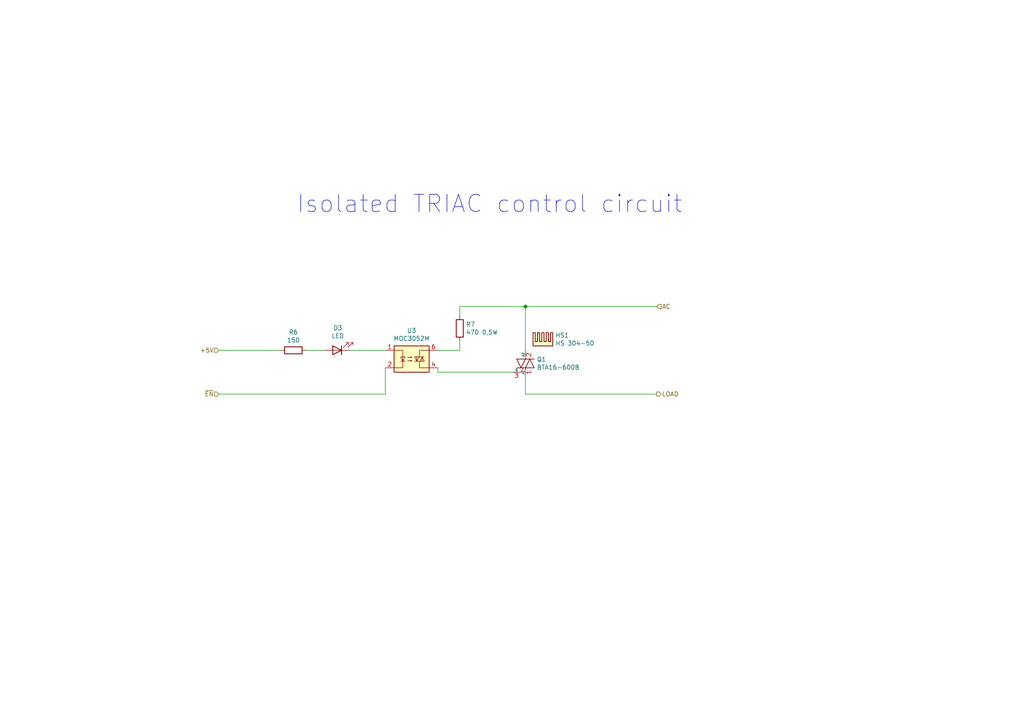
<source format=kicad_sch>
(kicad_sch (version 20231120) (generator "eeschema") (generator_version "8.0")
  (paper "A4")
  (title_block (title "Furnace 230V") (date "2021-08-26") (rev "1.0") (company "Yuriy Volkov"))
  (lib_symbols
    (symbol "Mechanical:Heatsink" (pin_names (offset 1.016)) (exclude_from_sim yes)
      (property "Reference" "HS" (at 0 5.08 0))
      (property "Value" "Heatsink" (at 0 -1.27 0))
      (symbol "Heatsink_0_1"
        (polyline (pts (xy -0.3302 1.27) (xy -0.9652 1.27) (xy -0.9652 3.81) (xy -1.6002 3.81) (xy -1.6002 1.27) (xy -2.2352 1.27) (xy -2.2352 3.81) (xy -2.8702 3.81) (xy -2.8702 0) (xy -0.9652 0)) (stroke (width 0.254)) (fill (type background)))
        (polyline (pts (xy -0.3302 1.27) (xy -0.3302 3.81) (xy 0.3048 3.81) (xy 0.3048 1.27) (xy 0.9398 1.27) (xy 0.9398 3.81) (xy 1.5748 3.81) (xy 1.5748 1.27) (xy 2.2098 1.27) (xy 2.2098 3.81) (xy 2.8448 3.81) (xy 2.8448 0) (xy -0.9652 0)) (stroke (width 0.254)) (fill (type background)))
      )
    )
    (symbol "furnace_230V-rescue:BTA16-600B-Triac_Thyristor" (pin_names (offset 0))
      (property "Reference" "Q" (at 5.08 1.905 0))
      (property "Value" "BTA16-600B-Triac_Thyristor" (at 5.08 0 0))
      (symbol "BTA16-600B-Triac_Thyristor_0_1"
        (polyline (pts (xy -2.54 -1.27) (xy 2.54 -1.27)) (stroke (width 0.2032)))
        (polyline (pts (xy -2.54 1.27) (xy 2.54 1.27)) (stroke (width 0.2032)))
        (polyline (pts (xy -1.27 -2.54) (xy -0.635 -1.27)))
        (polyline (pts (xy -2.54 1.27) (xy -1.27 -1.27) (xy 0 1.27)) (stroke (width 0.2032)))
        (polyline (pts (xy 0 -1.27) (xy 1.27 1.27) (xy 2.54 -1.27)) (stroke (width 0.2032)))
      )
      (symbol "BTA16-600B-Triac_Thyristor_1_1"
        (pin passive line (at 0 -3.81 90) (length 2.54) (name "A1") (number "1"))
        (pin passive line (at 0 3.81 270) (length 2.54) (name "A2") (number "2"))
        (pin input line (at -3.81 -2.54 0) (length 2.54) (name "G") (number "3"))
      )
    )
    (symbol "furnace_230V-rescue:LED-Device" (pin_numbers hide) (pin_names (offset 1.016) hide)
      (property "Reference" "D" (at 0 2.54 0))
      (property "Value" "LED-Device" (at 0 -2.54 0))
      (symbol "LED-Device_0_1"
        (polyline (pts (xy -1.27 -1.27) (xy -1.27 1.27)) (stroke (width 0.254)))
        (polyline (pts (xy -1.27 0) (xy 1.27 0)))
        (polyline (pts (xy 1.27 -1.27) (xy 1.27 1.27) (xy -1.27 0) (xy 1.27 -1.27)) (stroke (width 0.254)))
        (polyline (pts (xy -3.048 -0.762) (xy -4.572 -2.286) (xy -3.81 -2.286) (xy -4.572 -2.286) (xy -4.572 -1.524)))
        (polyline (pts (xy -1.778 -0.762) (xy -3.302 -2.286) (xy -2.54 -2.286) (xy -3.302 -2.286) (xy -3.302 -1.524)))
      )
      (symbol "LED-Device_1_1"
        (pin passive line (at -3.81 0 0) (length 2.54) (name "K") (number "1"))
        (pin passive line (at 3.81 0 180) (length 2.54) (name "A") (number "2"))
      )
    )
    (symbol "furnace_230V-rescue:MOC3052M-Relay_SolidState"
      (property "Reference" "U" (at -5.334 4.826 0))
      (property "Value" "MOC3052M-Relay_SolidState" (at 0 5.08 0))
      (symbol "MOC3052M-Relay_SolidState_0_1"
        (rectangle (start -5.08 3.81) (end 5.08 -3.81) (stroke (width 0.254)) (fill (type background)))
        (polyline (pts (xy -3.175 -0.635) (xy -1.905 -0.635)))
        (polyline (pts (xy 1.524 -0.635) (xy 1.524 0.635)))
        (polyline (pts (xy 3.048 0.635) (xy 3.048 -0.635)))
        (polyline (pts (xy 2.286 -0.635) (xy 2.286 -2.54) (xy 5.08 -2.54)))
        (polyline (pts (xy 2.286 0.635) (xy 2.286 2.54) (xy 5.08 2.54)))
        (polyline (pts (xy -5.08 2.54) (xy -2.54 2.54) (xy -2.54 -2.54) (xy -5.08 -2.54)))
        (polyline (pts (xy -2.54 -0.635) (xy -3.175 0.635) (xy -1.905 0.635) (xy -2.54 -0.635)))
        (polyline (pts (xy 0.889 -0.635) (xy 3.683 -0.635) (xy 3.048 0.635) (xy 2.413 -0.635)))
        (polyline (pts (xy 3.683 0.635) (xy 0.889 0.635) (xy 1.524 -0.635) (xy 2.159 0.635)))
        (polyline (pts (xy -1.143 -0.508) (xy 0.127 -0.508) (xy -0.254 -0.635) (xy -0.254 -0.381) (xy 0.127 -0.508)))
        (polyline (pts (xy -1.143 0.508) (xy 0.127 0.508) (xy -0.254 0.381) (xy -0.254 0.635) (xy 0.127 0.508)))
      )
      (symbol "MOC3052M-Relay_SolidState_1_1"
        (pin passive line (at -7.62 2.54 0) (length 2.54) (name "~") (number "1"))
        (pin passive line (at -7.62 -2.54 0) (length 2.54) (name "~") (number "2"))
        (pin no_connect line (at -5.08 0 0) (length 2.54) hide (name "NC") (number "3"))
        (pin passive line (at 7.62 -2.54 180) (length 2.54) (name "~") (number "4"))
        (pin no_connect line (at 5.08 0 180) (length 2.54) hide (name "NC") (number "5"))
        (pin passive line (at 7.62 2.54 180) (length 2.54) (name "~") (number "6"))
      )
    )
    (symbol "furnace_230V-rescue:R-Device" (pin_numbers hide) (pin_names (offset 0))
      (property "Reference" "R" (at 2.032 0 90))
      (property "Value" "R-Device" (at 0 0 90))
      (symbol "R-Device_0_1"
        (rectangle (start -1.016 -2.54) (end 1.016 2.54) (stroke (width 0.254)))
      )
      (symbol "R-Device_1_1"
        (pin passive line (at 0 3.81 270) (length 1.27) (name "~") (number "1"))
        (pin passive line (at 0 -3.81 90) (length 1.27) (name "~") (number "2"))
      )
    )
  )
  (junction (at 152.4 88.9))
  (wire (pts (xy 152.4 114.3) (xy 190.5 114.3)))
  (wire (pts (xy 127 107.95) (xy 148.59 107.95)))
  (wire (pts (xy 111.76 114.3) (xy 63.5 114.3)))
  (wire (pts (xy 63.5 101.6) (xy 81.28 101.6)))
  (wire (pts (xy 152.4 109.22) (xy 152.4 114.3)))
  (wire (pts (xy 111.76 106.68) (xy 111.76 114.3)))
  (wire (pts (xy 190.5 88.9) (xy 152.4 88.9)))
  (wire (pts (xy 101.6 101.6) (xy 111.76 101.6)))
  (wire (pts (xy 127 106.68) (xy 127 107.95)))
  (wire (pts (xy 88.9 101.6) (xy 93.98 101.6)))
  (wire (pts (xy 133.35 91.44) (xy 133.35 88.9)))
  (wire (pts (xy 133.35 99.06) (xy 133.35 101.6)))
  (wire (pts (xy 152.4 101.6) (xy 152.4 88.9)))
  (wire (pts (xy 133.35 101.6) (xy 127 101.6)))
  (wire (pts (xy 133.35 88.9) (xy 152.4 88.9)))
  (text "Isolated TRIAC control circuit" (at 198.12 62.23 0) (effects (font (size 5.0038 5.0038)) (justify right bottom)))
  (hierarchical_label "AC" (shape input) (at 190.5 88.9 0))
  (hierarchical_label "~{EN}" (shape input) (at 63.5 114.3 180))
  (hierarchical_label "+5V" (shape input) (at 63.5 101.6 180))
  (hierarchical_label "LOAD" (shape output) (at 190.5 114.3 0))
  (symbol (lib_id "furnace_230V-rescue:BTA16-600B-Triac_Thyristor") (at 152.4 105.41 0) (unit 1)
    (property "Reference" "Q1" (at 155.6766 104.2416 0) (effects (justify left)))
    (property "Value" "BTA16-600B" (at 155.6766 106.553 0) (effects (justify left)))
    (property "Footprint" "furnace_230V:TRIAC" (effects (hide yes)))
    (property "Datasheet" "https://www.st.com/resource/en/datasheet/bta16.pdf" (effects (hide yes)))
  )
  (symbol (lib_id "furnace_230V-rescue:MOC3052M-Relay_SolidState") (at 119.38 104.14 0) (unit 1)
    (property "Reference" "U3" (at 119.38 95.885 0))
    (property "Value" "MOC3052M" (at 119.38 98.1964 0))
    (property "Footprint" "Package_DIP:DIP-6_W7.62mm_LongPads" (effects (hide yes)))
    (property "Datasheet" "https://www.onsemi.com/pub/Collateral/MOC3052M-D.PDF" (effects (hide yes)))
  )
  (symbol (lib_id "furnace_230V-rescue:R-Device") (at 133.35 95.25 0) (unit 1)
    (property "Reference" "R7" (at 135.128 94.0816 0) (effects (justify left)))
    (property "Value" "470 0,5W" (at 135.128 96.393 0) (effects (justify left)))
    (property "Footprint" "Resistor_THT:R_Axial_DIN0309_L9.0mm_D3.2mm_P12.70mm_Horizontal" (effects (hide yes)))
  )
  (symbol (lib_id "furnace_230V-rescue:LED-Device") (at 97.79 101.6 180) (unit 1)
    (property "Reference" "D3" (at 97.9678 95.123 0))
    (property "Value" "LED" (at 97.9678 97.4344 0))
    (property "Footprint" "LED_SMD:LED_1206_3216Metric_ReverseMount_Hole1.8x2.4mm" (effects (hide yes)))
  )
  (symbol (lib_id "furnace_230V-rescue:R-Device") (at 85.09 101.6 270) (unit 1)
    (property "Reference" "R6" (at 85.09 96.3422 90))
    (property "Value" "150" (at 85.09 98.6536 90))
    (property "Footprint" "Resistor_SMD:R_0603_1608Metric_Pad1.05x0.95mm_HandSolder" (effects (hide yes)))
  )
  (symbol (lib_id "Mechanical:Heatsink") (at 157.48 100.33 0) (unit 1)
    (property "Reference" "HS1" (at 161.0614 97.2566 0) (effects (justify left)))
    (property "Value" "HS 304-50" (at 161.0614 99.568 0) (effects (justify left)))
    (property "Footprint" "furnace_230V:HS_304-50" (effects (hide yes)))
  )
)
</source>
